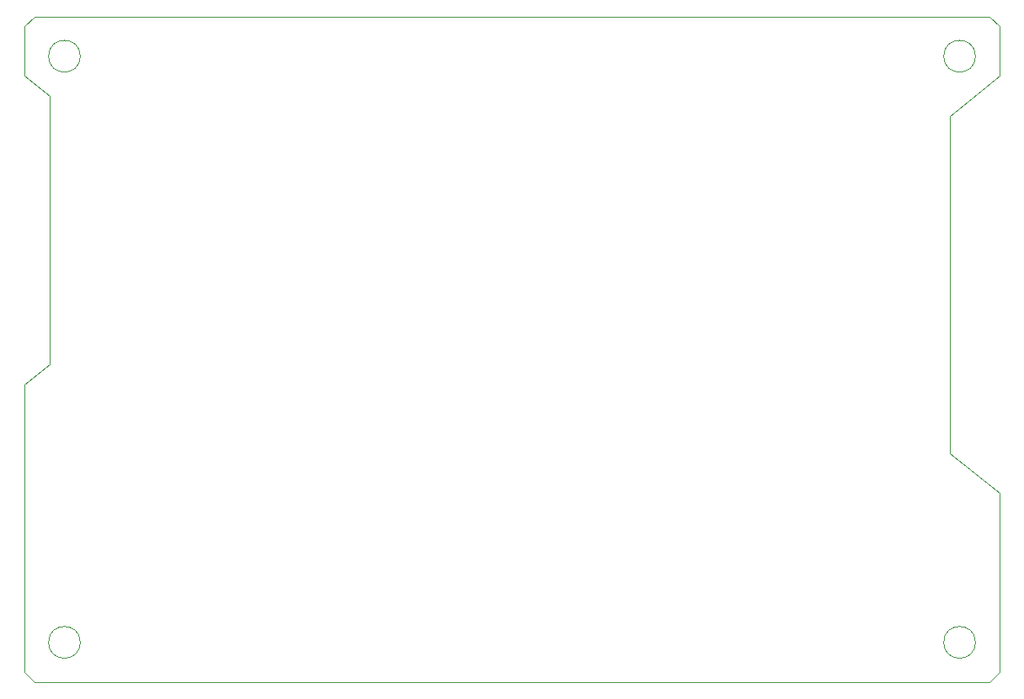
<source format=gbr>
%TF.GenerationSoftware,KiCad,Pcbnew,9.0.4*%
%TF.CreationDate,2025-10-21T18:14:30-04:00*%
%TF.ProjectId,display,64697370-6c61-4792-9e6b-696361645f70,0.1.0*%
%TF.SameCoordinates,Original*%
%TF.FileFunction,Profile,NP*%
%FSLAX46Y46*%
G04 Gerber Fmt 4.6, Leading zero omitted, Abs format (unit mm)*
G04 Created by KiCad (PCBNEW 9.0.4) date 2025-10-21 18:14:30*
%MOMM*%
%LPD*%
G01*
G04 APERTURE LIST*
%TA.AperFunction,Profile*%
%ADD10C,0.050000*%
%TD*%
G04 APERTURE END LIST*
D10*
X9500000Y-47000000D02*
X9500000Y-20000000D01*
X105000000Y-13000000D02*
X105000000Y-18000000D01*
X7000000Y-18000000D02*
X7000000Y-13000000D01*
X102600000Y-16000000D02*
G75*
G02*
X99400000Y-16000000I-1600000J0D01*
G01*
X99400000Y-16000000D02*
G75*
G02*
X102600000Y-16000000I1600000J0D01*
G01*
X104000000Y-79000000D02*
X8000000Y-79000000D01*
X8000000Y-79000000D02*
X7000000Y-78000000D01*
X105000000Y-73000000D02*
X105000000Y-60000000D01*
X105000000Y-18000000D02*
X100000000Y-22000000D01*
X9500000Y-20000000D02*
X7000000Y-18000000D01*
X102600000Y-75000000D02*
G75*
G02*
X99400000Y-75000000I-1600000J0D01*
G01*
X99400000Y-75000000D02*
G75*
G02*
X102600000Y-75000000I1600000J0D01*
G01*
X100000000Y-22000000D02*
X100000000Y-56000000D01*
X104000000Y-12000000D02*
X8000000Y-12000000D01*
X7000000Y-13000000D02*
X8000000Y-12000000D01*
X105000000Y-78000000D02*
X104000000Y-79000000D01*
X12600000Y-16000000D02*
G75*
G02*
X9400000Y-16000000I-1600000J0D01*
G01*
X9400000Y-16000000D02*
G75*
G02*
X12600000Y-16000000I1600000J0D01*
G01*
X7000000Y-49000000D02*
X7000000Y-73000000D01*
X105000000Y-60000000D02*
X100000000Y-56000000D01*
X104000000Y-12000000D02*
X105000000Y-13000000D01*
X7000000Y-49000000D02*
X9500000Y-47000000D01*
X105000000Y-73000000D02*
X105000000Y-78000000D01*
X12600000Y-75000000D02*
G75*
G02*
X9400000Y-75000000I-1600000J0D01*
G01*
X9400000Y-75000000D02*
G75*
G02*
X12600000Y-75000000I1600000J0D01*
G01*
X7000000Y-78000000D02*
X7000000Y-73000000D01*
M02*

</source>
